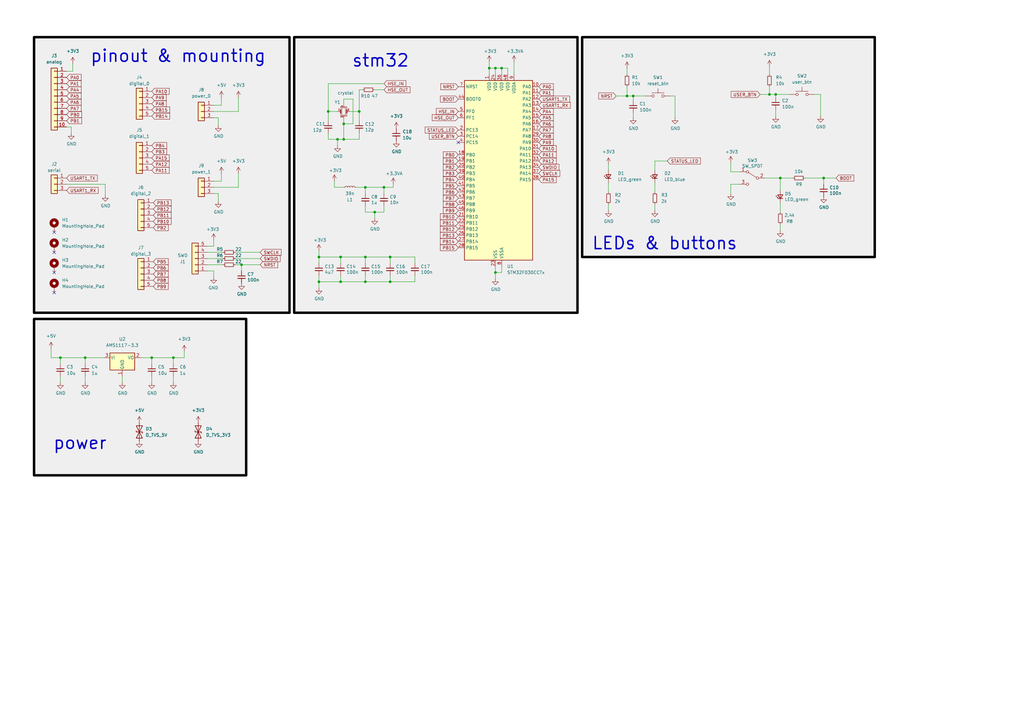
<source format=kicad_sch>
(kicad_sch (version 20230121) (generator eeschema)
  (paper "A3")
  (title_block (title "CppCon 2024") (date "2024-07-06") (rev "1.1") (company "Marcell Juhasz") (comment 1 "marcell.juhasz96@gmail.com"))
  (lib_symbols
    (symbol "Connector_Generic:Conn_01x03" (pin_names (offset 1.016) hide)
      (property "Reference" "J" (at 0 5.08 0))
      (property "Value" "Conn_01x03" (at 0 -5.08 0))
      (symbol "Conn_01x03_1_1"
        (pin passive line (at -5.08 2.54 0) (length 3.81) (name "Pin_1") (number "1"))
        (pin passive line (at -5.08 0 0) (length 3.81) (name "Pin_2") (number "2"))
        (pin passive line (at -5.08 -2.54 0) (length 3.81) (name "Pin_3") (number "3"))
      )
    )
    (symbol "Connector_Generic:Conn_01x05" (pin_names (offset 1.016) hide)
      (property "Reference" "J" (at 0 7.62 0))
      (property "Value" "Conn_01x05" (at 0 -7.62 0))
      (symbol "Conn_01x05_1_1"
        (pin passive line (at -5.08 5.08 0) (length 3.81) (name "Pin_1") (number "1"))
        (pin passive line (at -5.08 2.54 0) (length 3.81) (name "Pin_2") (number "2"))
        (pin passive line (at -5.08 0 0) (length 3.81) (name "Pin_3") (number "3"))
        (pin passive line (at -5.08 -2.54 0) (length 3.81) (name "Pin_4") (number "4"))
        (pin passive line (at -5.08 -5.08 0) (length 3.81) (name "Pin_5") (number "5"))
      )
    )
    (symbol "Connector_Generic:Conn_01x10" (pin_names (offset 1.016) hide)
      (property "Reference" "J" (at 0 12.7 0))
      (property "Value" "Conn_01x10" (at 0 -15.24 0))
      (symbol "Conn_01x10_1_1"
        (pin passive line (at -5.08 10.16 0) (length 3.81) (name "Pin_1") (number "1"))
        (pin passive line (at -5.08 -12.7 0) (length 3.81) (name "Pin_10") (number "10"))
        (pin passive line (at -5.08 7.62 0) (length 3.81) (name "Pin_2") (number "2"))
        (pin passive line (at -5.08 5.08 0) (length 3.81) (name "Pin_3") (number "3"))
        (pin passive line (at -5.08 2.54 0) (length 3.81) (name "Pin_4") (number "4"))
        (pin passive line (at -5.08 0 0) (length 3.81) (name "Pin_5") (number "5"))
        (pin passive line (at -5.08 -2.54 0) (length 3.81) (name "Pin_6") (number "6"))
        (pin passive line (at -5.08 -5.08 0) (length 3.81) (name "Pin_7") (number "7"))
        (pin passive line (at -5.08 -7.62 0) (length 3.81) (name "Pin_8") (number "8"))
        (pin passive line (at -5.08 -10.16 0) (length 3.81) (name "Pin_9") (number "9"))
      )
    )
    (symbol "Device:C_Small" (pin_numbers hide) (pin_names (offset 0.254) hide)
      (property "Reference" "C" (at 0.254 1.778 0))
      (property "Value" "C_Small" (at 0.254 -2.032 0))
      (symbol "C_Small_1_1"
        (pin passive line (at 0 2.54 270) (length 2.032) (name "~") (number "1"))
        (pin passive line (at 0 -2.54 90) (length 2.032) (name "~") (number "2"))
      )
    )
    (symbol "Device:Crystal_GND24_Small" (pin_names (offset 1.016) hide)
      (property "Reference" "Y" (at 1.27 4.445 0))
      (property "Value" "Crystal_GND24_Small" (at 1.27 2.54 0))
      (symbol "Crystal_GND24_Small_1_1"
        (pin passive line (at -2.54 0 0) (length 1.27) (name "1") (number "1"))
        (pin passive line (at 0 -2.54 90) (length 0.635) (name "2") (number "2"))
        (pin passive line (at 2.54 0 180) (length 1.27) (name "3") (number "3"))
        (pin passive line (at 0 2.54 270) (length 0.635) (name "4") (number "4"))
      )
    )
    (symbol "Device:D_TVS" (pin_numbers hide) (pin_names (offset 1.016) hide)
      (property "Reference" "D" (at 0 2.54 0))
      (property "Value" "D_TVS" (at 0 -2.54 0))
      (symbol "D_TVS_1_1"
        (pin passive line (at -3.81 0 0) (length 2.54) (name "A1") (number "1"))
        (pin passive line (at 3.81 0 180) (length 2.54) (name "A2") (number "2"))
      )
    )
    (symbol "Device:LED_Small" (pin_numbers hide) (pin_names (offset 0.254) hide)
      (property "Reference" "D" (at -1.27 3.175 0))
      (property "Value" "LED_Small" (at -4.445 -2.54 0))
      (symbol "LED_Small_1_1"
        (pin passive line (at -2.54 0 0) (length 1.778) (name "K") (number "1"))
        (pin passive line (at 2.54 0 180) (length 1.778) (name "A") (number "2"))
      )
    )
    (symbol "Device:L_Small" (pin_numbers hide) (pin_names (offset 0.254) hide)
      (property "Reference" "L" (at 0.762 1.016 0))
      (property "Value" "L_Small" (at 0.762 -1.016 0))
      (symbol "L_Small_1_1"
        (pin passive line (at 0 2.54 270) (length 0.508) (name "~") (number "1"))
        (pin passive line (at 0 -2.54 90) (length 0.508) (name "~") (number "2"))
      )
    )
    (symbol "Device:R_Small" (pin_numbers hide) (pin_names (offset 0.254) hide)
      (property "Reference" "R" (at 0.762 0.508 0))
      (property "Value" "R_Small" (at 0.762 -1.016 0))
      (symbol "R_Small_1_1"
        (pin passive line (at 0 2.54 270) (length 0.762) (name "~") (number "1"))
        (pin passive line (at 0 -2.54 90) (length 0.762) (name "~") (number "2"))
      )
    )
    (symbol "MCU_ST_STM32F0:STM32F030CCTx"
      (property "Reference" "U" (at -12.7 39.37 0))
      (property "Value" "STM32F030CCTx" (at 10.16 39.37 0))
      (symbol "STM32F030CCTx_1_1"
        (pin power_in line (at -2.54 40.64 270) (length 2.54) (name "VDD") (number "1"))
        (pin bidirectional line (at 17.78 35.56 180) (length 2.54) (name "PA0") (number "10"))
        (pin bidirectional line (at 17.78 33.02 180) (length 2.54) (name "PA1") (number "11"))
        (pin bidirectional line (at 17.78 30.48 180) (length 2.54) (name "PA2") (number "12"))
        (pin bidirectional line (at 17.78 27.94 180) (length 2.54) (name "PA3") (number "13"))
        (pin bidirectional line (at 17.78 25.4 180) (length 2.54) (name "PA4") (number "14"))
        (pin bidirectional line (at 17.78 22.86 180) (length 2.54) (name "PA5") (number "15"))
        (pin bidirectional line (at 17.78 20.32 180) (length 2.54) (name "PA6") (number "16"))
        (pin bidirectional line (at 17.78 17.78 180) (length 2.54) (name "PA7") (number "17"))
        (pin bidirectional line (at -15.24 7.62 0) (length 2.54) (name "PB0") (number "18"))
        (pin bidirectional line (at -15.24 5.08 0) (length 2.54) (name "PB1") (number "19"))
        (pin bidirectional line (at -15.24 17.78 0) (length 2.54) (name "PC13") (number "2"))
        (pin bidirectional line (at -15.24 2.54 0) (length 2.54) (name "PB2") (number "20"))
        (pin bidirectional line (at -15.24 -17.78 0) (length 2.54) (name "PB10") (number "21"))
        (pin bidirectional line (at -15.24 -20.32 0) (length 2.54) (name "PB11") (number "22"))
        (pin power_in line (at 0 -38.1 90) (length 2.54) (name "VSS") (number "23"))
        (pin power_in line (at 0 40.64 270) (length 2.54) (name "VDD") (number "24"))
        (pin bidirectional line (at -15.24 -22.86 0) (length 2.54) (name "PB12") (number "25"))
        (pin bidirectional line (at -15.24 -25.4 0) (length 2.54) (name "PB13") (number "26"))
        (pin bidirectional line (at -15.24 -27.94 0) (length 2.54) (name "PB14") (number "27"))
        (pin bidirectional line (at -15.24 -30.48 0) (length 2.54) (name "PB15") (number "28"))
        (pin bidirectional line (at 17.78 15.24 180) (length 2.54) (name "PA8") (number "29"))
        (pin bidirectional line (at -15.24 15.24 0) (length 2.54) (name "PC14") (number "3"))
        (pin bidirectional line (at 17.78 12.7 180) (length 2.54) (name "PA9") (number "30"))
        (pin bidirectional line (at 17.78 10.16 180) (length 2.54) (name "PA10") (number "31"))
        (pin bidirectional line (at 17.78 7.62 180) (length 2.54) (name "PA11") (number "32"))
        (pin bidirectional line (at 17.78 5.08 180) (length 2.54) (name "PA12") (number "33"))
        (pin bidirectional line (at 17.78 2.54 180) (length 2.54) (name "PA13") (number "34"))
        (pin passive line (at 0 -38.1 90) (length 2.54) hide (name "VSS") (number "35"))
        (pin power_in line (at 2.54 40.64 270) (length 2.54) (name "VDD") (number "36"))
        (pin bidirectional line (at 17.78 0 180) (length 2.54) (name "PA14") (number "37"))
        (pin bidirectional line (at 17.78 -2.54 180) (length 2.54) (name "PA15") (number "38"))
        (pin bidirectional line (at -15.24 0 0) (length 2.54) (name "PB3") (number "39"))
        (pin bidirectional line (at -15.24 12.7 0) (length 2.54) (name "PC15") (number "4"))
        (pin bidirectional line (at -15.24 -2.54 0) (length 2.54) (name "PB4") (number "40"))
        (pin bidirectional line (at -15.24 -5.08 0) (length 2.54) (name "PB5") (number "41"))
        (pin bidirectional line (at -15.24 -7.62 0) (length 2.54) (name "PB6") (number "42"))
        (pin bidirectional line (at -15.24 -10.16 0) (length 2.54) (name "PB7") (number "43"))
        (pin input line (at -15.24 30.48 0) (length 2.54) (name "BOOT0") (number "44"))
        (pin bidirectional line (at -15.24 -12.7 0) (length 2.54) (name "PB8") (number "45"))
        (pin bidirectional line (at -15.24 -15.24 0) (length 2.54) (name "PB9") (number "46"))
        (pin passive line (at 0 -38.1 90) (length 2.54) hide (name "VSS") (number "47"))
        (pin power_in line (at 5.08 40.64 270) (length 2.54) (name "VDD") (number "48"))
        (pin bidirectional line (at -15.24 25.4 0) (length 2.54) (name "PF0") (number "5"))
        (pin bidirectional line (at -15.24 22.86 0) (length 2.54) (name "PF1") (number "6"))
        (pin input line (at -15.24 35.56 0) (length 2.54) (name "NRST") (number "7"))
        (pin power_in line (at 2.54 -38.1 90) (length 2.54) (name "VSSA") (number "8"))
        (pin power_in line (at 7.62 40.64 270) (length 2.54) (name "VDDA") (number "9"))
      )
    )
    (symbol "Mechanical:MountingHole_Pad" (pin_numbers hide) (pin_names (offset 1.016) hide)
      (property "Reference" "H" (at 0 6.35 0))
      (property "Value" "MountingHole_Pad" (at 0 4.445 0))
      (symbol "MountingHole_Pad_1_1"
        (pin input line (at 0 -2.54 90) (length 2.54) (name "1") (number "1"))
      )
    )
    (symbol "Regulator_Linear:AMS1117-3.3" (pin_names (offset 0.254))
      (property "Reference" "U" (at -3.81 3.175 0))
      (property "Value" "AMS1117-3.3" (at 0 3.175 0))
      (symbol "AMS1117-3.3_1_1"
        (pin power_in line (at 0 -7.62 90) (length 2.54) (name "GND") (number "1"))
        (pin power_out line (at 7.62 0 180) (length 2.54) (name "VO") (number "2"))
        (pin power_in line (at -7.62 0 0) (length 2.54) (name "VI") (number "3"))
      )
    )
    (symbol "Switch:SW_Push" (pin_numbers hide) (pin_names (offset 1.016) hide)
      (property "Reference" "SW" (at 1.27 2.54 0))
      (property "Value" "SW_Push" (at 0 -1.524 0))
      (symbol "SW_Push_0_1"
        (pin passive line (at -5.08 0 0) (length 2.54) (name "1") (number "1"))
        (pin passive line (at 5.08 0 180) (length 2.54) (name "2") (number "2"))
      )
    )
    (symbol "Switch:SW_SPDT" (pin_names (offset 0) hide)
      (property "Reference" "SW" (at 0 4.318 0))
      (property "Value" "SW_SPDT" (at 0 -5.08 0))
      (symbol "SW_SPDT_1_1"
        (pin passive line (at 5.08 2.54 180) (length 2.54) (name "A") (number "1"))
        (pin passive line (at -5.08 0 0) (length 2.54) (name "B") (number "2"))
        (pin passive line (at 5.08 -2.54 180) (length 2.54) (name "C") (number "3"))
      )
    )
    (symbol "power:+3.3VA" (power) (pin_names (offset 0))
      (property "Value" "+3.3VA" (at 0 3.556 0))
      (symbol "+3.3VA_1_1"
        (pin power_in line (at 0 0 90) (length 0) hide (name "+3.3VA") (number "1"))
      )
    )
    (symbol "power:+3V3" (power) (pin_names (offset 0))
      (property "Value" "+3V3" (at 0 3.556 0))
      (symbol "+3V3_1_1"
        (pin power_in line (at 0 0 90) (length 0) hide (name "+3V3") (number "1"))
      )
    )
    (symbol "power:+5V" (power) (pin_names (offset 0))
      (property "Value" "+5V" (at 0 3.556 0))
      (symbol "+5V_1_1"
        (pin power_in line (at 0 0 90) (length 0) hide (name "+5V") (number "1"))
      )
    )
    (symbol "power:GND" (power) (pin_names (offset 0))
      (property "Value" "GND" (at 0 -3.81 0))
      (symbol "GND_1_1"
        (pin power_in line (at 0 0 270) (length 0) hide (name "GND") (number "1"))
      )
    )
  )
  (junction (at 337.82 73.025))
  (junction (at 160.02 115.57))
  (junction (at 160.02 105.41))
  (junction (at 153.67 86.995))
  (junction (at 257.175 39.37))
  (junction (at 203.2 111.76))
  (junction (at 134.62 45.72))
  (junction (at 24.765 146.685))
  (junction (at 147.32 45.72))
  (junction (at 139.7 105.41))
  (junction (at 259.715 39.37))
  (junction (at 320.04 73.025))
  (junction (at 62.23 146.685))
  (junction (at 157.48 76.835))
  (junction (at 130.81 105.41))
  (junction (at 34.925 146.685))
  (junction (at 138.43 57.15))
  (junction (at 149.86 76.835))
  (junction (at 99.06 108.585))
  (junction (at 130.81 115.57))
  (junction (at 318.135 38.735))
  (junction (at 315.595 38.735))
  (junction (at 71.12 146.685))
  (junction (at 139.7 115.57))
  (junction (at 149.86 105.41))
  (junction (at 203.2 27.94))
  (junction (at 200.66 27.94))
  (junction (at 140.97 50.8))
  (junction (at 205.74 27.94))
  (junction (at 149.86 115.57))
  (junction (at 140.97 57.15))
  (no_connect (at 22.225 103.505))
  (no_connect (at 22.225 111.76))
  (no_connect (at 22.225 95.25))
  (no_connect (at 187.96 58.42))
  (no_connect (at 22.225 120.015))
  (wire (pts (xy 90.805 74.295) (xy 90.805 71.12)))
  (wire (pts (xy 29.21 52.07) (xy 29.21 54.61)))
  (wire (pts (xy 303.53 70.485) (xy 299.72 70.485)))
  (wire (pts (xy 130.81 115.57) (xy 130.81 118.11)))
  (wire (pts (xy 147.32 57.15) (xy 147.32 54.61)))
  (wire (pts (xy 143.51 45.72) (xy 147.32 45.72)))
  (wire (pts (xy 299.72 70.485) (xy 299.72 66.675)))
  (wire (pts (xy 147.32 45.72) (xy 147.32 49.53)))
  (wire (pts (xy 210.82 25.4) (xy 210.82 30.48)))
  (wire (pts (xy 320.04 86.995) (xy 320.04 83.185)))
  (wire (pts (xy 311.785 38.735) (xy 315.595 38.735)))
  (wire (pts (xy 149.86 105.41) (xy 160.02 105.41)))
  (wire (pts (xy 170.18 113.03) (xy 170.18 115.57)))
  (wire (pts (xy 149.86 79.375) (xy 149.86 76.835)))
  (wire (pts (xy 205.74 30.48) (xy 205.74 27.94)))
  (wire (pts (xy 203.2 111.76) (xy 205.74 111.76)))
  (wire (pts (xy 134.62 57.15) (xy 138.43 57.15)))
  (wire (pts (xy 134.62 45.72) (xy 138.43 45.72)))
  (wire (pts (xy 97.79 40.005) (xy 97.79 45.72)))
  (wire (pts (xy 315.595 27.305) (xy 315.595 30.48)))
  (wire (pts (xy 87.63 79.375) (xy 89.535 79.375)))
  (wire (pts (xy 205.74 27.94) (xy 208.28 27.94)))
  (wire (pts (xy 330.2 73.025) (xy 337.82 73.025)))
  (wire (pts (xy 268.605 66.04) (xy 273.685 66.04)))
  (wire (pts (xy 257.175 27.94) (xy 257.175 30.48)))
  (wire (pts (xy 149.86 107.95) (xy 149.86 105.41)))
  (wire (pts (xy 106.68 106.045) (xy 96.52 106.045)))
  (wire (pts (xy 130.81 105.41) (xy 139.7 105.41)))
  (wire (pts (xy 315.595 35.56) (xy 315.595 38.735)))
  (wire (pts (xy 153.67 36.83) (xy 157.48 36.83)))
  (wire (pts (xy 160.02 113.03) (xy 160.02 115.57)))
  (wire (pts (xy 337.82 73.025) (xy 342.9 73.025)))
  (wire (pts (xy 249.555 83.82) (xy 249.555 86.36)))
  (wire (pts (xy 134.62 45.72) (xy 134.62 34.29)))
  (wire (pts (xy 20.955 146.685) (xy 24.765 146.685)))
  (wire (pts (xy 50.165 154.305) (xy 50.165 156.845)))
  (wire (pts (xy 71.12 154.305) (xy 71.12 156.845)))
  (wire (pts (xy 318.135 45.085) (xy 318.135 47.625)))
  (wire (pts (xy 252.73 39.37) (xy 257.175 39.37)))
  (wire (pts (xy 160.02 105.41) (xy 170.18 105.41)))
  (wire (pts (xy 140.97 40.64) (xy 144.78 40.64)))
  (wire (pts (xy 299.72 75.565) (xy 299.72 79.375)))
  (wire (pts (xy 208.28 30.48) (xy 208.28 27.94)))
  (wire (pts (xy 57.785 146.685) (xy 62.23 146.685)))
  (wire (pts (xy 134.62 34.29) (xy 157.48 34.29)))
  (wire (pts (xy 203.2 114.3) (xy 203.2 111.76)))
  (wire (pts (xy 149.86 76.835) (xy 157.48 76.835)))
  (wire (pts (xy 205.74 111.76) (xy 205.74 109.22)))
  (wire (pts (xy 89.535 79.375) (xy 89.535 82.55)))
  (wire (pts (xy 71.12 146.685) (xy 75.565 146.685)))
  (wire (pts (xy 200.66 30.48) (xy 200.66 27.94)))
  (wire (pts (xy 137.16 76.835) (xy 140.97 76.835)))
  (wire (pts (xy 203.2 27.94) (xy 205.74 27.94)))
  (wire (pts (xy 149.86 115.57) (xy 160.02 115.57)))
  (wire (pts (xy 318.135 38.735) (xy 318.135 40.005)))
  (wire (pts (xy 147.32 36.83) (xy 148.59 36.83)))
  (wire (pts (xy 85.09 108.585) (xy 91.44 108.585)))
  (wire (pts (xy 276.86 39.37) (xy 276.86 48.26)))
  (wire (pts (xy 334.01 38.735) (xy 336.55 38.735)))
  (wire (pts (xy 140.97 57.15) (xy 147.32 57.15)))
  (wire (pts (xy 200.66 27.94) (xy 203.2 27.94)))
  (wire (pts (xy 268.605 83.82) (xy 268.605 86.36)))
  (wire (pts (xy 257.175 39.37) (xy 259.715 39.37)))
  (wire (pts (xy 87.63 111.125) (xy 87.63 113.665)))
  (wire (pts (xy 87.63 48.26) (xy 89.535 48.26)))
  (wire (pts (xy 147.32 45.72) (xy 147.32 36.83)))
  (wire (pts (xy 71.12 146.685) (xy 71.12 149.225)))
  (wire (pts (xy 139.7 113.03) (xy 139.7 115.57)))
  (wire (pts (xy 318.135 38.735) (xy 323.85 38.735)))
  (wire (pts (xy 149.86 113.03) (xy 149.86 115.57)))
  (wire (pts (xy 249.555 67.31) (xy 249.555 69.85)))
  (wire (pts (xy 139.7 105.41) (xy 149.86 105.41)))
  (wire (pts (xy 259.715 46.355) (xy 259.715 48.26)))
  (wire (pts (xy 257.175 35.56) (xy 257.175 39.37)))
  (wire (pts (xy 139.7 115.57) (xy 149.86 115.57)))
  (wire (pts (xy 20.955 142.875) (xy 20.955 146.685)))
  (wire (pts (xy 315.595 38.735) (xy 318.135 38.735)))
  (wire (pts (xy 140.97 43.18) (xy 140.97 40.64)))
  (wire (pts (xy 130.81 115.57) (xy 139.7 115.57)))
  (wire (pts (xy 138.43 59.69) (xy 138.43 57.15)))
  (wire (pts (xy 153.67 89.535) (xy 153.67 86.995)))
  (wire (pts (xy 27.305 52.07) (xy 29.21 52.07)))
  (wire (pts (xy 99.06 108.585) (xy 99.06 111.125)))
  (wire (pts (xy 96.52 103.505) (xy 106.68 103.505)))
  (wire (pts (xy 96.52 108.585) (xy 99.06 108.585)))
  (wire (pts (xy 89.535 48.26) (xy 89.535 51.435)))
  (wire (pts (xy 134.62 54.61) (xy 134.62 57.15)))
  (wire (pts (xy 157.48 86.995) (xy 157.48 84.455)))
  (wire (pts (xy 268.605 74.93) (xy 268.605 78.74)))
  (wire (pts (xy 313.69 73.025) (xy 320.04 73.025)))
  (wire (pts (xy 85.09 103.505) (xy 91.44 103.505)))
  (wire (pts (xy 87.63 100.965) (xy 85.09 100.965)))
  (wire (pts (xy 320.04 94.615) (xy 320.04 92.075)))
  (wire (pts (xy 62.23 154.305) (xy 62.23 156.845)))
  (wire (pts (xy 146.05 76.835) (xy 149.86 76.835)))
  (wire (pts (xy 203.2 30.48) (xy 203.2 27.94)))
  (wire (pts (xy 91.44 106.045) (xy 85.09 106.045)))
  (wire (pts (xy 130.81 102.87) (xy 130.81 105.41)))
  (wire (pts (xy 24.765 146.685) (xy 24.765 149.225)))
  (wire (pts (xy 157.48 76.835) (xy 157.48 79.375)))
  (wire (pts (xy 75.565 144.145) (xy 75.565 146.685)))
  (wire (pts (xy 106.68 108.585) (xy 99.06 108.585)))
  (wire (pts (xy 200.66 27.94) (xy 200.66 25.4)))
  (wire (pts (xy 97.79 71.12) (xy 97.79 76.835)))
  (wire (pts (xy 337.82 73.025) (xy 337.82 75.565)))
  (wire (pts (xy 249.555 74.93) (xy 249.555 78.74)))
  (wire (pts (xy 274.955 39.37) (xy 276.86 39.37)))
  (wire (pts (xy 87.63 98.425) (xy 87.63 100.965)))
  (wire (pts (xy 87.63 43.18) (xy 90.805 43.18)))
  (wire (pts (xy 149.86 84.455) (xy 149.86 86.995)))
  (wire (pts (xy 27.305 75.565) (xy 43.18 75.565)))
  (wire (pts (xy 87.63 76.835) (xy 97.79 76.835)))
  (wire (pts (xy 259.715 39.37) (xy 259.715 41.275)))
  (wire (pts (xy 87.63 45.72) (xy 97.79 45.72)))
  (wire (pts (xy 29.845 29.21) (xy 27.305 29.21)))
  (wire (pts (xy 85.09 111.125) (xy 87.63 111.125)))
  (wire (pts (xy 139.7 107.95) (xy 139.7 105.41)))
  (wire (pts (xy 161.29 76.835) (xy 161.29 75.565)))
  (wire (pts (xy 259.715 39.37) (xy 264.795 39.37)))
  (wire (pts (xy 303.53 75.565) (xy 299.72 75.565)))
  (wire (pts (xy 160.02 107.95) (xy 160.02 105.41)))
  (wire (pts (xy 144.78 40.64) (xy 144.78 50.8)))
  (wire (pts (xy 24.765 146.685) (xy 34.925 146.685)))
  (wire (pts (xy 62.23 146.685) (xy 71.12 146.685)))
  (wire (pts (xy 24.765 154.305) (xy 24.765 156.845)))
  (wire (pts (xy 203.2 111.76) (xy 203.2 109.22)))
  (wire (pts (xy 140.97 48.26) (xy 140.97 50.8)))
  (wire (pts (xy 34.925 154.305) (xy 34.925 156.845)))
  (wire (pts (xy 160.02 115.57) (xy 170.18 115.57)))
  (wire (pts (xy 268.605 66.04) (xy 268.605 69.85)))
  (wire (pts (xy 134.62 49.53) (xy 134.62 45.72)))
  (wire (pts (xy 157.48 76.835) (xy 161.29 76.835)))
  (wire (pts (xy 34.925 146.685) (xy 34.925 149.225)))
  (wire (pts (xy 130.81 107.95) (xy 130.81 105.41)))
  (wire (pts (xy 144.78 50.8) (xy 140.97 50.8)))
  (wire (pts (xy 153.67 86.995) (xy 157.48 86.995)))
  (wire (pts (xy 140.97 50.8) (xy 140.97 57.15)))
  (wire (pts (xy 130.81 115.57) (xy 130.81 113.03)))
  (wire (pts (xy 43.18 75.565) (xy 43.18 80.01)))
  (wire (pts (xy 149.86 86.995) (xy 153.67 86.995)))
  (wire (pts (xy 138.43 57.15) (xy 140.97 57.15)))
  (wire (pts (xy 87.63 74.295) (xy 90.805 74.295)))
  (wire (pts (xy 90.805 43.18) (xy 90.805 40.005)))
  (wire (pts (xy 62.23 146.685) (xy 62.23 149.225)))
  (wire (pts (xy 170.18 107.95) (xy 170.18 105.41)))
  (wire (pts (xy 336.55 38.735) (xy 336.55 47.625)))
  (wire (pts (xy 137.16 74.295) (xy 137.16 76.835)))
  (wire (pts (xy 34.925 146.685) (xy 42.545 146.685)))
  (wire (pts (xy 29.845 26.035) (xy 29.845 29.21)))
  (wire (pts (xy 320.04 73.025) (xy 325.12 73.025)))
  (wire (pts (xy 320.04 78.105) (xy 320.04 73.025)))
  (rectangle (start 238.76 15.24) (end 358.775 105.41) (stroke (width 1) (color 0 0 0 1)) (fill (type color) (color 194 194 194 0.25)))
  (rectangle (start 13.97 15.24) (end 118.745 128.27) (stroke (width 1) (color 0 0 0 1)) (fill (type color) (color 194 194 194 0.25)))
  (rectangle (start 120.65 15.24) (end 236.855 128.27) (stroke (width 1) (color 0 0 0 1)) (fill (type color) (color 194 194 194 0.25)))
  (rectangle (start 13.97 130.81) (end 100.965 194.945) (stroke (width 1) (color 0 0 0 1)) (fill (type color) (color 194 194 194 0.25)))
  (text "pinout & mounting" (at 36.83 26.035 0) (effects (font (size 5 5) (thickness 0.6) bold) (justify left bottom)))
  (text "stm32" (at 144.145 27.94 0) (effects (font (size 5 5) (thickness 0.6) bold) (justify left bottom)))
  (text "power" (at 21.59 184.785 0) (effects (font (size 5 5) (thickness 0.6) bold) (justify left bottom)))
  (text "LEDs & buttons" (at 242.57 102.87 0) (effects (font (size 5 5) (thickness 0.6) bold) (justify left bottom)))
  (global_label "USER_BTN" (shape input) (at 187.96 55.88 180) (property "Intersheetrefs" "${INTERSHEET_REFS}" (effects hide)))
  (global_label "PA12" (shape input) (at 62.23 67.31 0) (property "Intersheetrefs" "${INTERSHEET_REFS}" (effects hide)))
  (global_label "PA8" (shape input) (at 62.23 42.545 0) (property "Intersheetrefs" "${INTERSHEET_REFS}" (effects hide)))
  (global_label "PB3" (shape input) (at 187.96 71.12 180) (property "Intersheetrefs" "${INTERSHEET_REFS}" (effects hide)))
  (global_label "HSE_OUT" (shape input) (at 187.96 48.26 180) (property "Intersheetrefs" "${INTERSHEET_REFS}" (effects hide)))
  (global_label "PB3" (shape input) (at 62.23 62.23 0) (property "Intersheetrefs" "${INTERSHEET_REFS}" (effects hide)))
  (global_label "PA0" (shape input) (at 27.305 31.75 0) (property "Intersheetrefs" "${INTERSHEET_REFS}" (effects hide)))
  (global_label "PA7" (shape input) (at 27.305 44.45 0) (property "Intersheetrefs" "${INTERSHEET_REFS}" (effects hide)))
  (global_label "PB14" (shape input) (at 187.96 99.06 180) (property "Intersheetrefs" "${INTERSHEET_REFS}" (effects hide)))
  (global_label "PB6" (shape input) (at 187.96 78.74 180) (property "Intersheetrefs" "${INTERSHEET_REFS}" (effects hide)))
  (global_label "HSE_IN" (shape input) (at 187.96 45.72 180) (property "Intersheetrefs" "${INTERSHEET_REFS}" (effects hide)))
  (global_label "PB4" (shape input) (at 187.96 73.66 180) (property "Intersheetrefs" "${INTERSHEET_REFS}" (effects hide)))
  (global_label "PB0" (shape input) (at 27.305 46.99 0) (property "Intersheetrefs" "${INTERSHEET_REFS}" (effects hide)))
  (global_label "STATUS_LED" (shape input) (at 273.685 66.04 0) (property "Intersheetrefs" "${INTERSHEET_REFS}" (effects hide)))
  (global_label "NRST" (shape input) (at 106.68 108.585 0) (property "Intersheetrefs" "${INTERSHEET_REFS}" (effects hide)))
  (global_label "PA15" (shape input) (at 62.23 64.77 0) (property "Intersheetrefs" "${INTERSHEET_REFS}" (effects hide)))
  (global_label "PB12" (shape input) (at 62.865 85.725 0) (property "Intersheetrefs" "${INTERSHEET_REFS}" (effects hide)))
  (global_label "PB13" (shape input) (at 62.865 83.185 0) (property "Intersheetrefs" "${INTERSHEET_REFS}" (effects hide)))
  (global_label "PB11" (shape input) (at 187.96 91.44 180) (property "Intersheetrefs" "${INTERSHEET_REFS}" (effects hide)))
  (global_label "USART1_RX" (shape input) (at 27.305 78.105 0) (property "Intersheetrefs" "${INTERSHEET_REFS}" (effects hide)))
  (global_label "PA15" (shape input) (at 220.98 73.66 0) (property "Intersheetrefs" "${INTERSHEET_REFS}" (effects hide)))
  (global_label "PB9" (shape input) (at 62.865 117.475 0) (property "Intersheetrefs" "${INTERSHEET_REFS}" (effects hide)))
  (global_label "PB7" (shape input) (at 187.96 81.28 180) (property "Intersheetrefs" "${INTERSHEET_REFS}" (effects hide)))
  (global_label "PB6" (shape input) (at 62.865 109.855 0) (property "Intersheetrefs" "${INTERSHEET_REFS}" (effects hide)))
  (global_label "PA12" (shape input) (at 220.98 66.04 0) (property "Intersheetrefs" "${INTERSHEET_REFS}" (effects hide)))
  (global_label "PA4" (shape input) (at 220.98 45.72 0) (property "Intersheetrefs" "${INTERSHEET_REFS}" (effects hide)))
  (global_label "NRST" (shape input) (at 252.73 39.37 180) (property "Intersheetrefs" "${INTERSHEET_REFS}" (effects hide)))
  (global_label "PB1" (shape input) (at 27.305 49.53 0) (property "Intersheetrefs" "${INTERSHEET_REFS}" (effects hide)))
  (global_label "PB1" (shape input) (at 187.96 66.04 180) (property "Intersheetrefs" "${INTERSHEET_REFS}" (effects hide)))
  (global_label "PB13" (shape input) (at 187.96 96.52 180) (property "Intersheetrefs" "${INTERSHEET_REFS}" (effects hide)))
  (global_label "PB7" (shape input) (at 62.865 112.395 0) (property "Intersheetrefs" "${INTERSHEET_REFS}" (effects hide)))
  (global_label "PB14" (shape input) (at 62.23 47.625 0) (property "Intersheetrefs" "${INTERSHEET_REFS}" (effects hide)))
  (global_label "PB2" (shape input) (at 187.96 68.58 180) (property "Intersheetrefs" "${INTERSHEET_REFS}" (effects hide)))
  (global_label "HSE_IN" (shape input) (at 157.48 34.29 0) (property "Intersheetrefs" "${INTERSHEET_REFS}" (effects hide)))
  (global_label "STATUS_LED" (shape input) (at 187.96 53.34 180) (property "Intersheetrefs" "${INTERSHEET_REFS}" (effects hide)))
  (global_label "SWCLK" (shape input) (at 220.98 71.12 0) (property "Intersheetrefs" "${INTERSHEET_REFS}" (effects hide)))
  (global_label "USART1_RX" (shape input) (at 220.98 43.18 0) (property "Intersheetrefs" "${INTERSHEET_REFS}" (effects hide)))
  (global_label "PB5" (shape input) (at 187.96 76.2 180) (property "Intersheetrefs" "${INTERSHEET_REFS}" (effects hide)))
  (global_label "PA5" (shape input) (at 27.305 39.37 0) (property "Intersheetrefs" "${INTERSHEET_REFS}" (effects hide)))
  (global_label "PA1" (shape input) (at 27.305 34.29 0) (property "Intersheetrefs" "${INTERSHEET_REFS}" (effects hide)))
  (global_label "PA11" (shape input) (at 62.23 69.85 0) (property "Intersheetrefs" "${INTERSHEET_REFS}" (effects hide)))
  (global_label "PB10" (shape input) (at 62.865 90.805 0) (property "Intersheetrefs" "${INTERSHEET_REFS}" (effects hide)))
  (global_label "PA8" (shape input) (at 220.98 55.88 0) (property "Intersheetrefs" "${INTERSHEET_REFS}" (effects hide)))
  (global_label "PB15" (shape input) (at 187.96 101.6 180) (property "Intersheetrefs" "${INTERSHEET_REFS}" (effects hide)))
  (global_label "BOOT" (shape input) (at 187.96 40.64 180) (property "Intersheetrefs" "${INTERSHEET_REFS}" (effects hide)))
  (global_label "PB15" (shape input) (at 62.23 45.085 0) (property "Intersheetrefs" "${INTERSHEET_REFS}" (effects hide)))
  (global_label "PB2" (shape input) (at 62.865 93.345 0) (property "Intersheetrefs" "${INTERSHEET_REFS}" (effects hide)))
  (global_label "PB9" (shape input) (at 187.96 86.36 180) (property "Intersheetrefs" "${INTERSHEET_REFS}" (effects hide)))
  (global_label "PA0" (shape input) (at 220.98 35.56 0) (property "Intersheetrefs" "${INTERSHEET_REFS}" (effects hide)))
  (global_label "USART1_TX" (shape input) (at 220.98 40.64 0) (property "Intersheetrefs" "${INTERSHEET_REFS}" (effects hide)))
  (global_label "PA10" (shape input) (at 220.98 60.96 0) (property "Intersheetrefs" "${INTERSHEET_REFS}" (effects hide)))
  (global_label "SWCLK" (shape input) (at 106.68 103.505 0) (property "Intersheetrefs" "${INTERSHEET_REFS}" (effects hide)))
  (global_label "PA7" (shape input) (at 220.98 53.34 0) (property "Intersheetrefs" "${INTERSHEET_REFS}" (effects hide)))
  (global_label "PA11" (shape input) (at 220.98 63.5 0) (property "Intersheetrefs" "${INTERSHEET_REFS}" (effects hide)))
  (global_label "PA9" (shape input) (at 62.23 40.005 0) (property "Intersheetrefs" "${INTERSHEET_REFS}" (effects hide)))
  (global_label "BOOT" (shape input) (at 342.9 73.025 0) (property "Intersheetrefs" "${INTERSHEET_REFS}" (effects hide)))
  (global_label "PA9" (shape input) (at 220.98 58.42 0) (property "Intersheetrefs" "${INTERSHEET_REFS}" (effects hide)))
  (global_label "SWDIO" (shape input) (at 106.68 106.045 0) (property "Intersheetrefs" "${INTERSHEET_REFS}" (effects hide)))
  (global_label "PB8" (shape input) (at 62.865 114.935 0) (property "Intersheetrefs" "${INTERSHEET_REFS}" (effects hide)))
  (global_label "HSE_OUT" (shape input) (at 157.48 36.83 0) (property "Intersheetrefs" "${INTERSHEET_REFS}" (effects hide)))
  (global_label "SWDIO" (shape input) (at 220.98 68.58 0) (property "Intersheetrefs" "${INTERSHEET_REFS}" (effects hide)))
  (global_label "PB5" (shape input) (at 62.865 107.315 0) (property "Intersheetrefs" "${INTERSHEET_REFS}" (effects hide)))
  (global_label "PA1" (shape input) (at 220.98 38.1 0) (property "Intersheetrefs" "${INTERSHEET_REFS}" (effects hide)))
  (global_label "PA6" (shape input) (at 220.98 50.8 0) (property "Intersheetrefs" "${INTERSHEET_REFS}" (effects hide)))
  (global_label "PA4" (shape input) (at 27.305 36.83 0) (property "Intersheetrefs" "${INTERSHEET_REFS}" (effects hide)))
  (global_label "PB0" (shape input) (at 187.96 63.5 180) (property "Intersheetrefs" "${INTERSHEET_REFS}" (effects hide)))
  (global_label "PB10" (shape input) (at 187.96 88.9 180) (property "Intersheetrefs" "${INTERSHEET_REFS}" (effects hide)))
  (global_label "PA5" (shape input) (at 220.98 48.26 0) (property "Intersheetrefs" "${INTERSHEET_REFS}" (effects hide)))
  (global_label "PA6" (shape input) (at 27.305 41.91 0) (property "Intersheetrefs" "${INTERSHEET_REFS}" (effects hide)))
  (global_label "USER_BTN" (shape input) (at 311.785 38.735 180) (property "Intersheetrefs" "${INTERSHEET_REFS}" (effects hide)))
  (global_label "NRST" (shape input) (at 187.96 35.56 180) (property "Intersheetrefs" "${INTERSHEET_REFS}" (effects hide)))
  (global_label "PB8" (shape input) (at 187.96 83.82 180) (property "Intersheetrefs" "${INTERSHEET_REFS}" (effects hide)))
  (global_label "PB4" (shape input) (at 62.23 59.69 0) (property "Intersheetrefs" "${INTERSHEET_REFS}" (effects hide)))
  (global_label "PA10" (shape input) (at 62.23 37.465 0) (property "Intersheetrefs" "${INTERSHEET_REFS}" (effects hide)))
  (global_label "USART1_TX" (shape input) (at 27.305 73.025 0) (property "Intersheetrefs" "${INTERSHEET_REFS}" (effects hide)))
  (global_label "PB11" (shape input) (at 62.865 88.265 0) (property "Intersheetrefs" "${INTERSHEET_REFS}" (effects hide)))
  (global_label "PB12" (shape input) (at 187.96 93.98 180) (property "Intersheetrefs" "${INTERSHEET_REFS}" (effects hide)))
  (symbol (lib_id "Device:C_Small") (at 34.925 151.765 0) (unit 1)
    (property "Reference" "C4" (at 37.465 150.5012 0) (effects (justify left)))
    (property "Value" "1u" (at 37.465 153.0412 0) (effects (justify left)))
    (property "Footprint" "Capacitor_SMD:C_0603_1608Metric" (effects hide))
    (property "found" "y" (effects hide))
  )
  (symbol (lib_id "power:+3V3") (at 200.66 25.4 0) (unit 1)
    (property "Reference" "#PWR032" (effects hide))
    (property "Value" "+3V3" (at 201.041 21.0058 0))
  )
  (symbol (lib_id "power:+3V3") (at 137.16 74.295 0) (unit 1)
    (property "Reference" "#PWR024" (effects hide))
    (property "Value" "+3V3" (at 137.541 69.9008 0))
  )
  (symbol (lib_id "Mechanical:MountingHole_Pad") (at 22.225 109.22 0) (unit 1)
    (property "Reference" "H3" (at 25.4 106.68 0) (effects (justify left)))
    (property "Value" "MountingHole_Pad" (at 25.4 109.22 0) (effects (justify left)))
    (property "Footprint" "MountingHole:MountingHole_2.2mm_M2_Pad_Via" (effects hide))
  )
  (symbol (lib_id "power:GND") (at 24.765 156.845 0) (unit 1)
    (property "Reference" "#PWR011" (effects hide))
    (property "Value" "GND" (at 24.892 161.2392 0))
  )
  (symbol (lib_id "Device:Crystal_GND24_Small") (at 140.97 45.72 0) (unit 1)
    (property "Reference" "Y1" (at 137.16 41.91 0) (effects (justify left)))
    (property "Value" "crystal" (at 138.43 38.1 0) (effects (justify left)))
    (property "Footprint" "Crystal:Crystal_SMD_3225-4Pin_3.2x2.5mm" (effects hide))
    (property "found" "y" (effects hide))
  )
  (symbol (lib_id "power:GND") (at 57.15 180.975 0) (unit 1)
    (property "Reference" "#PWR018" (effects hide))
    (property "Value" "GND" (at 57.277 185.3692 0))
  )
  (symbol (lib_id "power:GND") (at 89.535 51.435 0) (unit 1)
    (property "Reference" "#PWR040" (effects hide))
    (property "Value" "GND" (at 89.662 55.8292 0))
  )
  (symbol (lib_id "Connector_Generic:Conn_01x03") (at 82.55 45.72 0) (mirror y) (unit 1)
    (property "Reference" "J8" (at 82.55 36.83 0))
    (property "Value" "power_0" (at 82.55 39.37 0))
    (property "Footprint" "Connector_PinHeader_2.54mm:PinHeader_1x03_P2.54mm_Vertical" (effects hide))
  )
  (symbol (lib_id "Device:LED_Small") (at 320.04 80.645 90) (unit 1)
    (property "Reference" "D5" (at 321.818 79.4766 90) (effects (justify right)))
    (property "Value" "LED_green" (at 321.818 81.788 90) (effects (justify right)))
    (property "Footprint" "LED_SMD:LED_0603_1608Metric" (effects hide))
    (property "found" "y" (effects hide))
  )
  (symbol (lib_id "power:+3.3VA") (at 161.29 75.565 0) (unit 1)
    (property "Reference" "#PWR026" (effects hide))
    (property "Value" "+3.3VA" (at 161.671 71.1708 0))
  )
  (symbol (lib_id "power:+3.3VA") (at 210.82 25.4 0) (unit 1)
    (property "Reference" "#PWR033" (effects hide))
    (property "Value" "+3.3VA" (at 211.201 21.0058 0))
  )
  (symbol (lib_id "power:GND") (at 249.555 86.36 0) (unit 1)
    (property "Reference" "#PWR05" (effects hide))
    (property "Value" "GND" (at 249.682 90.7542 0))
  )
  (symbol (lib_id "power:GND") (at 318.135 47.625 0) (unit 1)
    (property "Reference" "#PWR08" (effects hide))
    (property "Value" "GND" (at 318.262 52.0192 0))
  )
  (symbol (lib_id "power:GND") (at 81.28 180.975 0) (unit 1)
    (property "Reference" "#PWR020" (effects hide))
    (property "Value" "GND" (at 81.407 185.3692 0))
  )
  (symbol (lib_id "Device:R_Small") (at 268.605 81.28 0) (unit 1)
    (property "Reference" "R3" (at 271.145 80.0099 0) (effects (justify left)))
    (property "Value" "2k" (at 271.145 82.5499 0) (effects (justify left)))
    (property "Footprint" "Resistor_SMD:R_0603_1608Metric" (effects hide))
    (property "found" "y" (effects hide))
  )
  (symbol (lib_id "power:+3V3") (at 75.565 144.145 0) (unit 1)
    (property "Reference" "#PWR016" (effects hide))
    (property "Value" "+3V3" (at 75.565 139.065 0))
  )
  (symbol (lib_id "Device:R_Small") (at 257.175 33.02 0) (unit 1)
    (property "Reference" "R1" (at 259.08 31.7499 0) (effects (justify left)))
    (property "Value" "10k" (at 259.08 34.2899 0) (effects (justify left)))
    (property "Footprint" "Resistor_SMD:R_0603_1608Metric" (effects hide))
    (property "found" "y" (effects hide))
  )
  (symbol (lib_id "power:+3V3") (at 87.63 98.425 0) (mirror y) (unit 1)
    (property "Reference" "#PWR021" (effects hide))
    (property "Value" "+3V3" (at 87.249 94.0308 0))
  )
  (symbol (lib_id "MCU_ST_STM32F0:STM32F030CCTx") (at 203.2 71.12 0) (unit 1)
    (property "Reference" "U1" (at 207.9341 109.22 0) (effects (justify left)))
    (property "Value" "STM32F030CCTx" (at 207.9341 111.76 0) (effects (justify left)))
    (property "Footprint" "Package_QFP:LQFP-48_7x7mm_P0.5mm" (effects hide))
    (property "Datasheet" "https://www.st.com/resource/en/datasheet/stm32f030cc.pdf" (effects hide))
    (property "found" "y" (effects hide))
  )
  (symbol (lib_id "Device:L_Small") (at 143.51 76.835 90) (unit 1)
    (property "Reference" "L1" (at 143.51 81.915 90))
    (property "Value" "39n" (at 143.51 79.375 90))
    (property "Footprint" "Inductor_SMD:L_0603_1608Metric" (effects hide))
    (property "found" "y" (effects hide))
  )
  (symbol (lib_id "power:+3V3") (at 162.56 52.705 0) (unit 1)
    (property "Reference" "#PWR046" (effects hide))
    (property "Value" "+3V3" (at 162.56 47.625 0))
  )
  (symbol (lib_id "power:GND") (at 276.86 48.26 0) (unit 1)
    (property "Reference" "#PWR03" (effects hide))
    (property "Value" "GND" (at 276.987 52.6542 0))
  )
  (symbol (lib_id "Device:D_TVS") (at 57.15 177.165 90) (unit 1)
    (property "Reference" "D3" (at 59.69 175.8949 90) (effects (justify right)))
    (property "Value" "D_TVS_5V" (at 59.69 178.4349 90) (effects (justify right)))
    (property "Footprint" "Diode_SMD:D_SOD-523" (effects hide))
  )
  (symbol (lib_id "power:GND") (at 162.56 57.785 0) (unit 1)
    (property "Reference" "#PWR047" (effects hide))
    (property "Value" "GND" (at 162.687 62.1792 0))
  )
  (symbol (lib_id "power:GND") (at 29.21 54.61 0) (unit 1)
    (property "Reference" "#PWR037" (effects hide))
    (property "Value" "GND" (at 29.337 59.0042 0))
  )
  (symbol (lib_id "Device:C_Small") (at 157.48 81.915 0) (unit 1)
    (property "Reference" "C9" (at 159.8168 80.7466 0) (effects (justify left)))
    (property "Value" "10n" (at 159.8168 83.058 0) (effects (justify left)))
    (property "Footprint" "Capacitor_SMD:C_0603_1608Metric" (effects hide))
    (property "found" "y" (effects hide))
  )
  (symbol (lib_id "Device:C_Small") (at 24.765 151.765 0) (unit 1)
    (property "Reference" "C3" (at 27.305 150.5012 0) (effects (justify left)))
    (property "Value" "10u" (at 27.305 153.0412 0) (effects (justify left)))
    (property "Footprint" "Capacitor_SMD:C_0805_2012Metric" (effects hide))
    (property "found" "y" (effects hide))
  )
  (symbol (lib_id "power:+3V3") (at 97.79 40.005 0) (unit 1)
    (property "Reference" "#PWR038" (effects hide))
    (property "Value" "+3V3" (at 97.79 34.925 0))
  )
  (symbol (lib_id "power:GND") (at 43.18 80.01 0) (unit 1)
    (property "Reference" "#PWR035" (effects hide))
    (property "Value" "GND" (at 43.307 84.4042 0))
  )
  (symbol (lib_id "Device:R_Small") (at 93.98 103.505 270) (unit 1)
    (property "Reference" "R5" (at 90.17 102.235 90))
    (property "Value" "22" (at 97.79 102.235 90))
    (property "Footprint" "Resistor_SMD:R_0603_1608Metric" (effects hide))
    (property "found" "y" (effects hide))
  )
  (symbol (lib_id "Device:C_Small") (at 134.62 52.07 0) (unit 1)
    (property "Reference" "C11" (at 129.54 50.8 0) (effects (justify left)))
    (property "Value" "12p" (at 128.27 53.34 0) (effects (justify left)))
    (property "Footprint" "Capacitor_SMD:C_0603_1608Metric" (effects hide))
    (property "found" "y" (effects hide))
  )
  (symbol (lib_id "Device:C_Small") (at 147.32 52.07 0) (unit 1)
    (property "Reference" "C12" (at 149.6568 50.9016 0) (effects (justify left)))
    (property "Value" "12p" (at 149.6568 53.213 0) (effects (justify left)))
    (property "Footprint" "Capacitor_SMD:C_0603_1608Metric" (effects hide))
    (property "found" "y" (effects hide))
  )
  (symbol (lib_id "power:+3V3") (at 29.845 26.035 0) (unit 1)
    (property "Reference" "#PWR036" (effects hide))
    (property "Value" "+3V3" (at 29.845 20.955 0))
  )
  (symbol (lib_id "power:GND") (at 153.67 89.535 0) (unit 1)
    (property "Reference" "#PWR025" (effects hide))
    (property "Value" "GND" (at 153.797 93.9292 0))
  )
  (symbol (lib_id "Connector_Generic:Conn_01x05") (at 80.01 106.045 180) (unit 1)
    (property "Reference" "J1" (at 74.93 107.315 0))
    (property "Value" "SWD" (at 74.93 104.775 0))
    (property "Footprint" "Connector_PinHeader_2.54mm:PinHeader_1x05_P2.54mm_Vertical" (effects hide))
  )
  (symbol (lib_id "Switch:SW_Push") (at 328.93 38.735 0) (unit 1)
    (property "Reference" "SW2" (at 328.93 31.115 0))
    (property "Value" "user_btn" (at 328.93 33.655 0))
    (property "Footprint" "Button_Switch_THT:SW_PUSH_6mm" (effects hide))
    (property "found" "y" (effects hide))
  )
  (symbol (lib_id "Regulator_Linear:AMS1117-3.3") (at 50.165 146.685 0) (unit 1)
    (property "Reference" "U2" (at 50.165 139.065 0))
    (property "Value" "AMS1117-3.3" (at 50.165 141.605 0))
    (property "Footprint" "Package_TO_SOT_SMD:SOT-223-3_TabPin2" (effects hide))
    (property "Datasheet" "http://www.advanced-monolithic.com/pdf/ds1117.pdf" (effects hide))
    (property "found" "y" (effects hide))
  )
  (symbol (lib_id "Device:R_Small") (at 93.98 108.585 270) (unit 1)
    (property "Reference" "R7" (at 90.17 107.315 90))
    (property "Value" "22" (at 97.79 107.315 90))
    (property "Footprint" "Resistor_SMD:R_0603_1608Metric" (effects hide))
    (property "found" "y" (effects hide))
  )
  (symbol (lib_id "power:GND") (at 89.535 82.55 0) (unit 1)
    (property "Reference" "#PWR041" (effects hide))
    (property "Value" "GND" (at 89.662 86.9442 0))
  )
  (symbol (lib_id "power:GND") (at 337.82 80.645 0) (unit 1)
    (property "Reference" "#PWR030" (effects hide))
    (property "Value" "GND" (at 337.947 85.0392 0))
  )
  (symbol (lib_id "power:+3V3") (at 299.72 66.675 0) (unit 1)
    (property "Reference" "#PWR027" (effects hide))
    (property "Value" "+3V3" (at 300.101 62.2808 0))
  )
  (symbol (lib_id "Device:R_Small") (at 249.555 81.28 0) (unit 1)
    (property "Reference" "R2" (at 252.095 80.0099 0) (effects (justify left)))
    (property "Value" "2k" (at 252.095 82.5499 0) (effects (justify left)))
    (property "Footprint" "Resistor_SMD:R_0603_1608Metric" (effects hide))
    (property "found" "y" (effects hide))
  )
  (symbol (lib_id "Device:C_Small") (at 71.12 151.765 0) (unit 1)
    (property "Reference" "C6" (at 73.66 150.5012 0) (effects (justify left)))
    (property "Value" "1u" (at 73.66 153.0412 0) (effects (justify left)))
    (property "Footprint" "Capacitor_SMD:C_0603_1608Metric" (effects hide))
    (property "found" "y" (effects hide))
  )
  (symbol (lib_id "Device:C_Small") (at 149.86 81.915 0) (unit 1)
    (property "Reference" "C8" (at 152.1968 80.7466 0) (effects (justify left)))
    (property "Value" "1u" (at 152.1968 83.058 0) (effects (justify left)))
    (property "Footprint" "Capacitor_SMD:C_0603_1608Metric" (effects hide))
    (property "found" "y" (effects hide))
  )
  (symbol (lib_id "power:+5V") (at 20.955 142.875 0) (unit 1)
    (property "Reference" "#PWR010" (effects hide))
    (property "Value" "+5V" (at 20.955 137.795 0))
  )
  (symbol (lib_id "Connector_Generic:Conn_01x05") (at 57.15 64.77 0) (mirror y) (unit 1)
    (property "Reference" "J5" (at 57.15 53.34 0))
    (property "Value" "digital_1" (at 57.15 55.88 0))
    (property "Footprint" "Connector_PinHeader_2.54mm:PinHeader_1x05_P2.54mm_Vertical" (effects hide))
  )
  (symbol (lib_id "power:GND") (at 336.55 47.625 0) (unit 1)
    (property "Reference" "#PWR09" (effects hide))
    (property "Value" "GND" (at 336.677 52.0192 0))
  )
  (symbol (lib_id "Device:R_Small") (at 93.98 106.045 270) (unit 1)
    (property "Reference" "R6" (at 90.17 104.775 90))
    (property "Value" "22" (at 97.79 104.775 90))
    (property "Footprint" "Resistor_SMD:R_0603_1608Metric" (effects hide))
    (property "found" "y" (effects hide))
  )
  (symbol (lib_id "Device:C_Small") (at 130.81 110.49 0) (unit 1)
    (property "Reference" "C13" (at 133.1468 109.3216 0) (effects (justify left)))
    (property "Value" "4u7" (at 133.1468 111.633 0) (effects (justify left)))
    (property "Footprint" "Capacitor_SMD:C_0603_1608Metric" (effects hide))
    (property "found" "y" (effects hide))
  )
  (symbol (lib_id "power:GND") (at 99.06 116.205 0) (unit 1)
    (property "Reference" "#PWR023" (effects hide))
    (property "Value" "GND" (at 99.187 120.5992 0))
  )
  (symbol (lib_id "power:GND") (at 130.81 118.11 0) (unit 1)
    (property "Reference" "#PWR045" (effects hide))
    (property "Value" "GND" (at 130.937 122.5042 0))
  )
  (symbol (lib_id "power:GND") (at 71.12 156.845 0) (unit 1)
    (property "Reference" "#PWR015" (effects hide))
    (property "Value" "GND" (at 71.247 161.2392 0))
  )
  (symbol (lib_id "Device:C_Small") (at 170.18 110.49 0) (unit 1)
    (property "Reference" "C17" (at 172.5168 109.3216 0) (effects (justify left)))
    (property "Value" "100n" (at 172.5168 111.633 0) (effects (justify left)))
    (property "Footprint" "Capacitor_SMD:C_0603_1608Metric" (effects hide))
    (property "found" "y" (effects hide))
  )
  (symbol (lib_id "Device:C_Small") (at 149.86 110.49 0) (unit 1)
    (property "Reference" "C15" (at 152.1968 109.3216 0) (effects (justify left)))
    (property "Value" "100n" (at 152.1968 111.633 0) (effects (justify left)))
    (property "Footprint" "Capacitor_SMD:C_0603_1608Metric" (effects hide))
    (property "found" "y" (effects hide))
  )
  (symbol (lib_id "power:GND") (at 87.63 113.665 0) (mirror y) (unit 1)
    (property "Reference" "#PWR022" (effects hide))
    (property "Value" "GND" (at 87.503 118.0592 0))
  )
  (symbol (lib_id "Device:C_Small") (at 162.56 55.245 0) (unit 1)
    (property "Reference" "C18" (at 165.1 53.9812 0) (effects (justify left)))
    (property "Value" "10u" (at 165.1 56.5212 0) (effects (justify left)))
    (property "Footprint" "Capacitor_SMD:C_0805_2012Metric" (effects hide))
    (property "found" "y" (effects hide))
  )
  (symbol (lib_id "Connector_Generic:Conn_01x05") (at 57.785 88.265 0) (mirror y) (unit 1)
    (property "Reference" "J6" (at 57.785 76.835 0))
    (property "Value" "digital_2" (at 57.785 79.375 0))
    (property "Footprint" "Connector_PinHeader_2.54mm:PinHeader_1x05_P2.54mm_Vertical" (effects hide))
  )
  (symbol (lib_id "power:GND") (at 50.165 156.845 0) (unit 1)
    (property "Reference" "#PWR013" (effects hide))
    (property "Value" "GND" (at 50.292 161.2392 0))
  )
  (symbol (lib_id "Device:R_Small") (at 315.595 33.02 180) (unit 1)
    (property "Reference" "R4" (at 318.135 31.7499 0) (effects (justify right)))
    (property "Value" "10k" (at 318.135 34.2899 0) (effects (justify right)))
    (property "Footprint" "Resistor_SMD:R_0603_1608Metric" (effects hide))
    (property "found" "y" (effects hide))
  )
  (symbol (lib_id "Connector_Generic:Conn_01x03") (at 82.55 76.835 0) (mirror y) (unit 1)
    (property "Reference" "J9" (at 82.55 67.945 0))
    (property "Value" "power_1" (at 82.55 70.485 0))
    (property "Footprint" "Connector_PinHeader_2.54mm:PinHeader_1x03_P2.54mm_Vertical" (effects hide))
  )
  (symbol (lib_id "Device:LED_Small") (at 249.555 72.39 90) (unit 1)
    (property "Reference" "D1" (at 253.365 71.0564 90) (effects (justify right)))
    (property "Value" "LED_green" (at 253.365 73.5964 90) (effects (justify right)))
    (property "Footprint" "LED_SMD:LED_0603_1608Metric" (effects hide))
    (property "found" "y" (effects hide))
  )
  (symbol (lib_id "Switch:SW_Push") (at 269.875 39.37 0) (unit 1)
    (property "Reference" "SW1" (at 269.875 31.75 0))
    (property "Value" "reset_btn" (at 269.875 34.29 0))
    (property "Footprint" "Button_Switch_THT:SW_PUSH_6mm" (effects hide))
    (property "found" "y" (effects hide))
  )
  (symbol (lib_id "Device:R_Small") (at 327.66 73.025 270) (unit 1)
    (property "Reference" "R9" (at 327.66 75.565 90))
    (property "Value" "10k" (at 327.66 70.358 90))
    (property "Footprint" "Resistor_SMD:R_0603_1608Metric" (effects hide))
    (property "found" "y" (effects hide))
  )
  (symbol (lib_id "power:GND") (at 299.72 79.375 0) (unit 1)
    (property "Reference" "#PWR028" (effects hide))
    (property "Value" "GND" (at 299.847 83.7692 0))
  )
  (symbol (lib_id "Device:R_Small") (at 320.04 89.535 180) (unit 1)
    (property "Reference" "R8" (at 323.85 90.805 0))
    (property "Value" "2.4k" (at 323.85 88.265 0))
    (property "Footprint" "Resistor_SMD:R_0603_1608Metric" (effects hide))
    (property "found" "y" (effects hide))
  )
  (symbol (lib_id "power:+3V3") (at 97.79 71.12 0) (unit 1)
    (property "Reference" "#PWR043" (effects hide))
    (property "Value" "+3V3" (at 97.79 66.04 0))
  )
  (symbol (lib_id "power:GND") (at 138.43 59.69 0) (unit 1)
    (property "Reference" "#PWR031" (effects hide))
    (property "Value" "GND" (at 138.557 64.0842 0))
  )
  (symbol (lib_id "power:+5V") (at 57.15 173.355 0) (unit 1)
    (property "Reference" "#PWR017" (effects hide))
    (property "Value" "+5V" (at 57.15 168.275 0))
  )
  (symbol (lib_id "power:GND") (at 203.2 114.3 0) (unit 1)
    (property "Reference" "#PWR034" (effects hide))
    (property "Value" "GND" (at 203.327 118.6942 0))
  )
  (symbol (lib_id "Device:C_Small") (at 62.23 151.765 0) (unit 1)
    (property "Reference" "C5" (at 64.77 150.5012 0) (effects (justify left)))
    (property "Value" "10u" (at 64.77 153.0412 0) (effects (justify left)))
    (property "Footprint" "Capacitor_SMD:C_0805_2012Metric" (effects hide))
    (property "found" "y" (effects hide))
  )
  (symbol (lib_id "power:GND") (at 320.04 94.615 0) (unit 1)
    (property "Reference" "#PWR029" (effects hide))
    (property "Value" "GND" (at 320.167 99.0092 0))
  )
  (symbol (lib_id "Device:C_Small") (at 259.715 43.815 0) (unit 1)
    (property "Reference" "C1" (at 262.255 42.5512 0) (effects (justify left)))
    (property "Value" "100n" (at 262.255 45.0912 0) (effects (justify left)))
    (property "Footprint" "Capacitor_SMD:C_0603_1608Metric" (effects hide))
    (property "found" "y" (effects hide))
  )
  (symbol (lib_id "Switch:SW_SPDT") (at 308.61 73.025 0) (mirror y) (unit 1)
    (property "Reference" "SW3" (at 308.61 65.786 0))
    (property "Value" "SW_SPDT" (at 308.61 68.0974 0))
    (property "Footprint" "Button_Switch_THT:SW_CK_JS202011AQN_DPDT_Angled" (effects hide))
    (property "found" "y" (effects hide))
  )
  (symbol (lib_id "Device:C_Small") (at 160.02 110.49 0) (unit 1)
    (property "Reference" "C16" (at 162.3568 109.3216 0) (effects (justify left)))
    (property "Value" "100n" (at 162.3568 111.633 0) (effects (justify left)))
    (property "Footprint" "Capacitor_SMD:C_0603_1608Metric" (effects hide))
    (property "found" "y" (effects hide))
  )
  (symbol (lib_id "power:+3V3") (at 315.595 27.305 0) (unit 1)
    (property "Reference" "#PWR07" (effects hide))
    (property "Value" "+3V3" (at 315.595 22.225 0))
  )
  (symbol (lib_id "power:+3V3") (at 81.28 173.355 0) (unit 1)
    (property "Reference" "#PWR019" (effects hide))
    (property "Value" "+3V3" (at 81.28 168.275 0))
  )
  (symbol (lib_id "power:GND") (at 34.925 156.845 0) (unit 1)
    (property "Reference" "#PWR012" (effects hide))
    (property "Value" "GND" (at 35.052 161.2392 0))
  )
  (symbol (lib_id "Device:LED_Small") (at 268.605 72.39 90) (unit 1)
    (property "Reference" "D2" (at 272.415 71.0564 90) (effects (justify right)))
    (property "Value" "LED_blue" (at 272.415 73.5964 90) (effects (justify right)))
    (property "Footprint" "LED_SMD:LED_0603_1608Metric" (effects hide))
    (property "found" "y" (effects hide))
  )
  (symbol (lib_id "power:+5V") (at 90.805 40.005 0) (unit 1)
    (property "Reference" "#PWR039" (effects hide))
    (property "Value" "+5V" (at 90.805 34.925 0))
  )
  (symbol (lib_id "power:+3V3") (at 257.175 27.94 0) (unit 1)
    (property "Reference" "#PWR01" (effects hide))
    (property "Value" "+3V3" (at 257.175 22.86 0))
  )
  (symbol (lib_id "Connector_Generic:Conn_01x03") (at 22.225 75.565 0) (mirror y) (unit 1)
    (property "Reference" "J2" (at 22.225 67.31 0))
    (property "Value" "serial" (at 22.225 69.85 0))
    (property "Footprint" "Connector_PinHeader_2.54mm:PinHeader_1x03_P2.54mm_Vertical" (effects hide))
  )
  (symbol (lib_id "power:+3V3") (at 130.81 102.87 0) (unit 1)
    (property "Reference" "#PWR044" (effects hide))
    (property "Value" "+3V3" (at 131.191 98.4758 0))
  )
  (symbol (lib_id "Device:C_Small") (at 318.135 42.545 0) (unit 1)
    (property "Reference" "C2" (at 320.675 41.2812 0) (effects (justify left)))
    (property "Value" "100n" (at 320.675 43.8212 0) (effects (justify left)))
    (property "Footprint" "Capacitor_SMD:C_0603_1608Metric" (effects hide))
    (property "found" "y" (effects hide))
  )
  (symbol (lib_id "power:+3V3") (at 249.555 67.31 0) (unit 1)
    (property "Reference" "#PWR04" (effects hide))
    (property "Value" "+3V3" (at 249.555 62.23 0))
  )
  (symbol (lib_id "power:GND") (at 259.715 48.26 0) (unit 1)
    (property "Reference" "#PWR02" (effects hide))
    (property "Value" "GND" (at 259.842 52.6542 0))
  )
  (symbol (lib_id "Device:R_Small") (at 151.13 36.83 270) (unit 1)
    (property "Reference" "R10" (at 149.86 39.37 90))
    (property "Value" "47" (at 153.67 39.37 90))
    (property "Footprint" "Resistor_SMD:R_0603_1608Metric" (effects hide))
    (property "found" "y" (effects hide))
  )
  (symbol (lib_id "Mechanical:MountingHole_Pad") (at 22.225 100.965 0) (unit 1)
    (property "Reference" "H2" (at 25.4 98.425 0) (effects (justify left)))
    (property "Value" "MountingHole_Pad" (at 25.4 100.965 0) (effects (justify left)))
    (property "Footprint" "MountingHole:MountingHole_2.2mm_M2_Pad_Via" (effects hide))
  )
  (symbol (lib_id "Device:C_Small") (at 139.7 110.49 0) (unit 1)
    (property "Reference" "C14" (at 142.0368 109.3216 0) (effects (justify left)))
    (property "Value" "100n" (at 142.0368 111.633 0) (effects (justify left)))
    (property "Footprint" "Capacitor_SMD:C_0603_1608Metric" (effects hide))
    (property "found" "y" (effects hide))
  )
  (symbol (lib_id "Mechanical:MountingHole_Pad") (at 22.225 117.475 0) (unit 1)
    (property "Reference" "H4" (at 25.4 114.935 0) (effects (justify left)))
    (property "Value" "MountingHole_Pad" (at 25.4 117.475 0) (effects (justify left)))
    (property "Footprint" "MountingHole:MountingHole_2.2mm_M2_Pad_Via" (effects hide))
  )
  (symbol (lib_id "Mechanical:MountingHole_Pad") (at 22.225 92.71 0) (unit 1)
    (property "Reference" "H1" (at 25.4 90.17 0) (effects (justify left)))
    (property "Value" "MountingHole_Pad" (at 25.4 92.71 0) (effects (justify left)))
    (property "Footprint" "MountingHole:MountingHole_2.2mm_M2_Pad_Via" (effects hide))
  )
  (symbol (lib_id "power:GND") (at 268.605 86.36 0) (unit 1)
    (property "Reference" "#PWR06" (effects hide))
    (property "Value" "GND" (at 268.732 90.7542 0))
  )
  (symbol (lib_id "power:+5V") (at 90.805 71.12 0) (unit 1)
    (property "Reference" "#PWR042" (effects hide))
    (property "Value" "+5V" (at 90.805 66.04 0))
  )
  (symbol (lib_id "power:GND") (at 62.23 156.845 0) (unit 1)
    (property "Reference" "#PWR014" (effects hide))
    (property "Value" "GND" (at 62.357 161.2392 0))
  )
  (symbol (lib_id "Device:D_TVS") (at 81.28 177.165 90) (unit 1)
    (property "Reference" "D4" (at 84.455 175.8949 90) (effects (justify right)))
    (property "Value" "D_TVS_3V3" (at 84.455 178.4349 90) (effects (justify right)))
    (property "Footprint" "Diode_SMD:D_SOD-523" (effects hide))
  )
  (symbol (lib_id "Device:C_Small") (at 337.82 78.105 0) (unit 1)
    (property "Reference" "C10" (at 340.1568 76.9366 0) (effects (justify left)))
    (property "Value" "100n" (at 340.1568 79.248 0) (effects (justify left)))
    (property "Footprint" "Capacitor_SMD:C_0603_1608Metric" (effects hide))
    (property "found" "y" (effects hide))
  )
  (symbol (lib_id "Connector_Generic:Conn_01x10") (at 22.225 39.37 0) (mirror y) (unit 1)
    (property "Reference" "J3" (at 22.225 22.86 0))
    (property "Value" "analog" (at 22.225 25.4 0))
    (property "Footprint" "Connector_PinHeader_2.54mm:PinHeader_1x10_P2.54mm_Vertical" (effects hide))
  )
  (symbol (lib_id "Connector_Generic:Conn_01x05") (at 57.785 112.395 0) (mirror y) (unit 1)
    (property "Reference" "J7" (at 57.785 101.6 0))
    (property "Value" "digital_3" (at 57.785 104.14 0))
    (property "Footprint" "Connector_PinHeader_2.54mm:PinHeader_1x05_P2.54mm_Vertical" (effects hide))
  )
  (symbol (lib_id "Device:C_Small") (at 99.06 113.665 0) (unit 1)
    (property "Reference" "C7" (at 101.3968 112.4966 0) (effects (justify left)))
    (property "Value" "100n" (at 101.3968 114.808 0) (effects (justify left)))
    (property "Footprint" "Capacitor_SMD:C_0603_1608Metric" (effects hide))
    (property "found" "y" (effects hide))
  )
  (symbol (lib_id "Connector_Generic:Conn_01x05") (at 57.15 42.545 0) (mirror y) (unit 1)
    (property "Reference" "J4" (at 57.15 31.75 0))
    (property "Value" "digital_0" (at 57.15 34.29 0))
    (property "Footprint" "Connector_PinHeader_2.54mm:PinHeader_1x05_P2.54mm_Vertical" (effects hide))
  )
)
</source>
